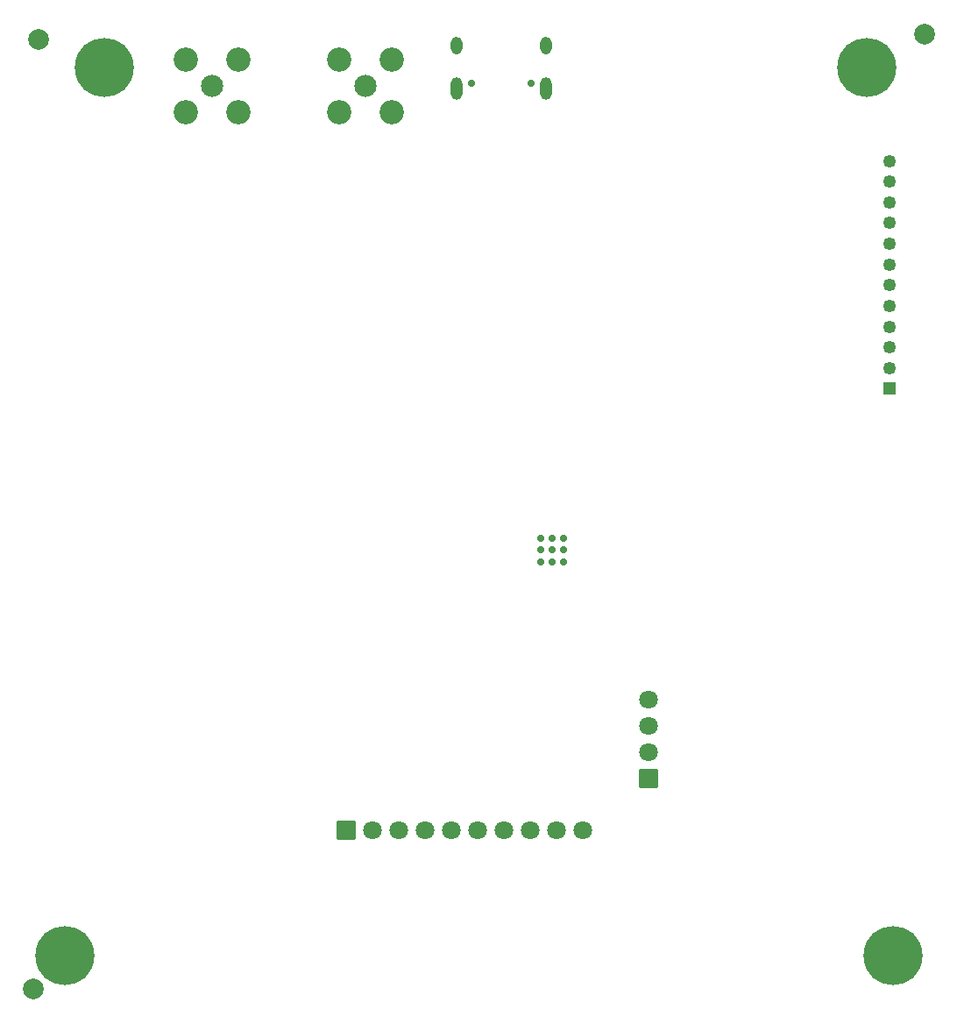
<source format=gbs>
%TF.GenerationSoftware,KiCad,Pcbnew,9.0.1*%
%TF.CreationDate,2025-04-07T16:57:50-07:00*%
%TF.ProjectId,ADCS_board,41444353-5f62-46f6-9172-642e6b696361,v1.2*%
%TF.SameCoordinates,Original*%
%TF.FileFunction,Soldermask,Bot*%
%TF.FilePolarity,Negative*%
%FSLAX46Y46*%
G04 Gerber Fmt 4.6, Leading zero omitted, Abs format (unit mm)*
G04 Created by KiCad (PCBNEW 9.0.1) date 2025-04-07 16:57:50*
%MOMM*%
%LPD*%
G01*
G04 APERTURE LIST*
G04 Aperture macros list*
%AMRoundRect*
0 Rectangle with rounded corners*
0 $1 Rounding radius*
0 $2 $3 $4 $5 $6 $7 $8 $9 X,Y pos of 4 corners*
0 Add a 4 corners polygon primitive as box body*
4,1,4,$2,$3,$4,$5,$6,$7,$8,$9,$2,$3,0*
0 Add four circle primitives for the rounded corners*
1,1,$1+$1,$2,$3*
1,1,$1+$1,$4,$5*
1,1,$1+$1,$6,$7*
1,1,$1+$1,$8,$9*
0 Add four rect primitives between the rounded corners*
20,1,$1+$1,$2,$3,$4,$5,0*
20,1,$1+$1,$4,$5,$6,$7,0*
20,1,$1+$1,$6,$7,$8,$9,0*
20,1,$1+$1,$8,$9,$2,$3,0*%
G04 Aperture macros list end*
%ADD10C,5.701600*%
%ADD11C,0.701600*%
%ADD12O,1.101600X2.201600*%
%ADD13O,1.101600X1.701600*%
%ADD14RoundRect,0.050800X0.850000X0.850000X-0.850000X0.850000X-0.850000X-0.850000X0.850000X-0.850000X0*%
%ADD15C,1.801600*%
%ADD16RoundRect,0.050800X0.850000X-0.850000X0.850000X0.850000X-0.850000X0.850000X-0.850000X-0.850000X0*%
%ADD17C,2.000000*%
%ADD18C,2.151600*%
%ADD19C,2.351600*%
%ADD20RoundRect,0.050800X-0.575000X0.575000X-0.575000X-0.575000X0.575000X-0.575000X0.575000X0.575000X0*%
%ADD21C,1.251600*%
G04 APERTURE END LIST*
D10*
%TO.C,H1*%
X107236100Y-57564100D03*
%TD*%
%TO.C,H2*%
X103426100Y-143294100D03*
%TD*%
%TO.C,H3*%
X183426100Y-143294100D03*
%TD*%
%TO.C,H4*%
X180896100Y-57564100D03*
%TD*%
D11*
%TO.C,J9*%
X148437000Y-59053000D03*
X142667000Y-59053000D03*
D12*
X149872000Y-59553000D03*
D13*
X149872000Y-55413000D03*
D12*
X141232000Y-59553000D03*
D13*
X141232000Y-55413000D03*
%TD*%
D11*
%TO.C,U2*%
X149326667Y-103010000D03*
X149326667Y-104143333D03*
X149326667Y-105276666D03*
X150460000Y-103010000D03*
X150460000Y-104143333D03*
X150460000Y-105276666D03*
X151593333Y-103010000D03*
X151593333Y-104143333D03*
X151593333Y-105276666D03*
%TD*%
D14*
%TO.C,J5*%
X159800000Y-126220000D03*
D15*
X159800000Y-123680000D03*
X159800000Y-121140000D03*
X159800000Y-118600000D03*
%TD*%
D16*
%TO.C,J8*%
X130560000Y-131200000D03*
D15*
X133100000Y-131200000D03*
X135640000Y-131200000D03*
X138180000Y-131200000D03*
X140720000Y-131200000D03*
X143260000Y-131200000D03*
X145800000Y-131200000D03*
X148340000Y-131200000D03*
X150880000Y-131200000D03*
X153420000Y-131200000D03*
%TD*%
D17*
%TO.C,REF1B*%
X186436000Y-54356000D03*
%TD*%
%TO.C,REF2B*%
X100838000Y-54864000D03*
%TD*%
D18*
%TO.C,J6*%
X132450000Y-59350000D03*
D19*
X129910000Y-56810000D03*
X129910000Y-61890000D03*
X134990000Y-56810000D03*
X134990000Y-61890000D03*
%TD*%
D17*
%TO.C,REF3B*%
X100330000Y-146558000D03*
%TD*%
D20*
%TO.C,J4*%
X183050000Y-88569999D03*
D21*
X183050000Y-86569998D03*
X183050000Y-84569999D03*
X183050000Y-82569998D03*
X183050000Y-80570000D03*
X183050000Y-78569999D03*
X183050000Y-76570000D03*
X183050000Y-74569999D03*
X183050000Y-72569998D03*
X183050000Y-70569999D03*
X183050000Y-68569999D03*
X183050000Y-66569999D03*
%TD*%
D18*
%TO.C,J7*%
X117650000Y-59350000D03*
D19*
X120190000Y-56810000D03*
X115110000Y-56810000D03*
X120190000Y-61890000D03*
X115110000Y-61890000D03*
%TD*%
M02*

</source>
